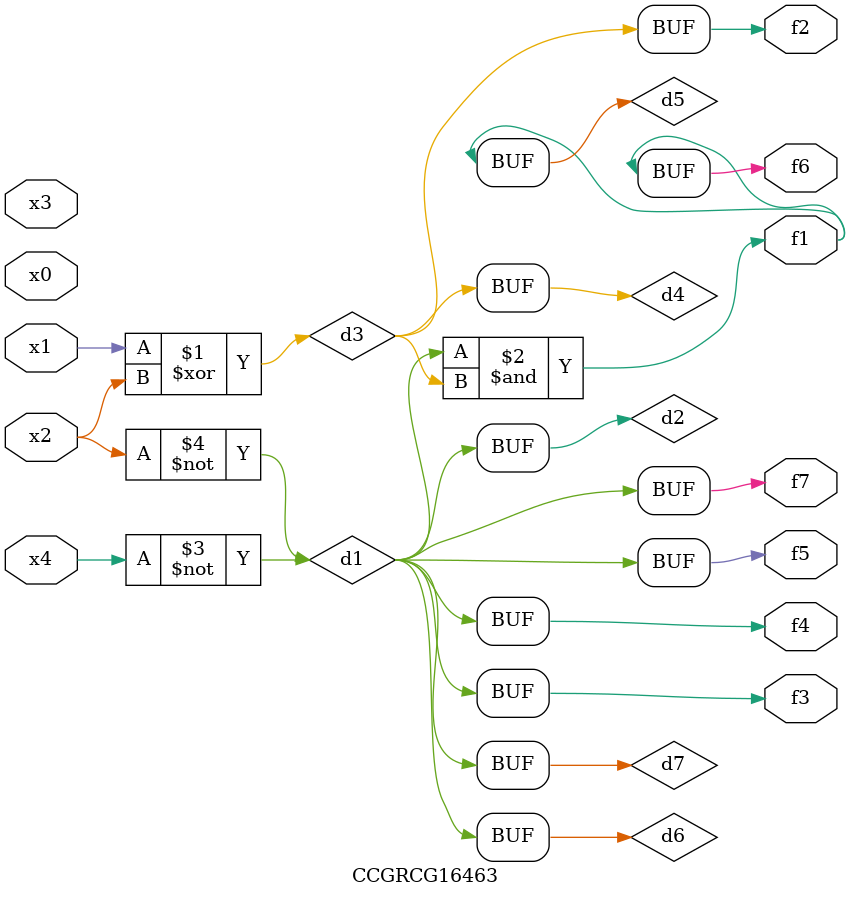
<source format=v>
module CCGRCG16463(
	input x0, x1, x2, x3, x4,
	output f1, f2, f3, f4, f5, f6, f7
);

	wire d1, d2, d3, d4, d5, d6, d7;

	not (d1, x4);
	not (d2, x2);
	xor (d3, x1, x2);
	buf (d4, d3);
	and (d5, d1, d3);
	buf (d6, d1, d2);
	buf (d7, d2);
	assign f1 = d5;
	assign f2 = d4;
	assign f3 = d7;
	assign f4 = d7;
	assign f5 = d7;
	assign f6 = d5;
	assign f7 = d7;
endmodule

</source>
